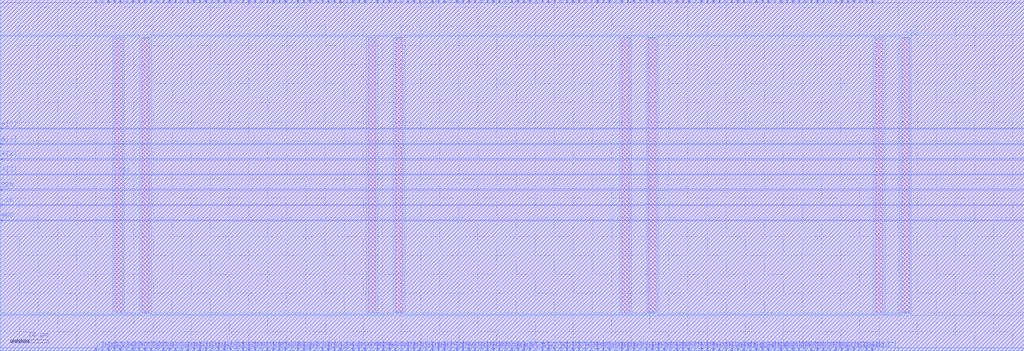
<source format=lef>
##
## LEF for PtnCells ;
## created by Innovus v15.23-s045_1 on Fri Mar 21 09:05:40 2025
##

VERSION 5.8 ;

BUSBITCHARS "[]" ;
DIVIDERCHAR "/" ;

MACRO sram_w16
  CLASS BLOCK ;
  SIZE 268.0000 BY 92.0000 ;
  FOREIGN sram_w16 0.0000 0.0000 ;
  ORIGIN 0 0 ;
  SYMMETRY X Y R90 ;
  PIN CLK
    DIRECTION INPUT ;
    USE SIGNAL ;
    PORT
      LAYER M3 ;
        RECT 0.0000 38.1500 0.6000 38.2500 ;
    END
  END CLK
  PIN D[127]
    DIRECTION INPUT ;
    USE SIGNAL ;
    PORT
      LAYER M3 ;
        RECT 228.2500 0.0000 228.3500 0.6000 ;
    END
  END D[127]
  PIN D[126]
    DIRECTION INPUT ;
    USE SIGNAL ;
    PORT
      LAYER M3 ;
        RECT 226.6500 0.0000 226.7500 0.6000 ;
    END
  END D[126]
  PIN D[125]
    DIRECTION INPUT ;
    USE SIGNAL ;
    PORT
      LAYER M3 ;
        RECT 225.0500 0.0000 225.1500 0.6000 ;
    END
  END D[125]
  PIN D[124]
    DIRECTION INPUT ;
    USE SIGNAL ;
    PORT
      LAYER M3 ;
        RECT 223.4500 0.0000 223.5500 0.6000 ;
    END
  END D[124]
  PIN D[123]
    DIRECTION INPUT ;
    USE SIGNAL ;
    PORT
      LAYER M3 ;
        RECT 221.8500 0.0000 221.9500 0.6000 ;
    END
  END D[123]
  PIN D[122]
    DIRECTION INPUT ;
    USE SIGNAL ;
    PORT
      LAYER M3 ;
        RECT 220.2500 0.0000 220.3500 0.6000 ;
    END
  END D[122]
  PIN D[121]
    DIRECTION INPUT ;
    USE SIGNAL ;
    PORT
      LAYER M3 ;
        RECT 218.6500 0.0000 218.7500 0.6000 ;
    END
  END D[121]
  PIN D[120]
    DIRECTION INPUT ;
    USE SIGNAL ;
    PORT
      LAYER M3 ;
        RECT 217.0500 0.0000 217.1500 0.6000 ;
    END
  END D[120]
  PIN D[119]
    DIRECTION INPUT ;
    USE SIGNAL ;
    PORT
      LAYER M3 ;
        RECT 215.4500 0.0000 215.5500 0.6000 ;
    END
  END D[119]
  PIN D[118]
    DIRECTION INPUT ;
    USE SIGNAL ;
    PORT
      LAYER M3 ;
        RECT 213.8500 0.0000 213.9500 0.6000 ;
    END
  END D[118]
  PIN D[117]
    DIRECTION INPUT ;
    USE SIGNAL ;
    PORT
      LAYER M3 ;
        RECT 212.2500 0.0000 212.3500 0.6000 ;
    END
  END D[117]
  PIN D[116]
    DIRECTION INPUT ;
    USE SIGNAL ;
    PORT
      LAYER M3 ;
        RECT 210.6500 0.0000 210.7500 0.6000 ;
    END
  END D[116]
  PIN D[115]
    DIRECTION INPUT ;
    USE SIGNAL ;
    PORT
      LAYER M3 ;
        RECT 209.0500 0.0000 209.1500 0.6000 ;
    END
  END D[115]
  PIN D[114]
    DIRECTION INPUT ;
    USE SIGNAL ;
    PORT
      LAYER M3 ;
        RECT 207.4500 0.0000 207.5500 0.6000 ;
    END
  END D[114]
  PIN D[113]
    DIRECTION INPUT ;
    USE SIGNAL ;
    PORT
      LAYER M3 ;
        RECT 205.8500 0.0000 205.9500 0.6000 ;
    END
  END D[113]
  PIN D[112]
    DIRECTION INPUT ;
    USE SIGNAL ;
    PORT
      LAYER M3 ;
        RECT 204.2500 0.0000 204.3500 0.6000 ;
    END
  END D[112]
  PIN D[111]
    DIRECTION INPUT ;
    USE SIGNAL ;
    PORT
      LAYER M3 ;
        RECT 202.6500 0.0000 202.7500 0.6000 ;
    END
  END D[111]
  PIN D[110]
    DIRECTION INPUT ;
    USE SIGNAL ;
    PORT
      LAYER M3 ;
        RECT 201.0500 0.0000 201.1500 0.6000 ;
    END
  END D[110]
  PIN D[109]
    DIRECTION INPUT ;
    USE SIGNAL ;
    PORT
      LAYER M3 ;
        RECT 199.4500 0.0000 199.5500 0.6000 ;
    END
  END D[109]
  PIN D[108]
    DIRECTION INPUT ;
    USE SIGNAL ;
    PORT
      LAYER M3 ;
        RECT 197.8500 0.0000 197.9500 0.6000 ;
    END
  END D[108]
  PIN D[107]
    DIRECTION INPUT ;
    USE SIGNAL ;
    PORT
      LAYER M3 ;
        RECT 196.2500 0.0000 196.3500 0.6000 ;
    END
  END D[107]
  PIN D[106]
    DIRECTION INPUT ;
    USE SIGNAL ;
    PORT
      LAYER M3 ;
        RECT 194.6500 0.0000 194.7500 0.6000 ;
    END
  END D[106]
  PIN D[105]
    DIRECTION INPUT ;
    USE SIGNAL ;
    PORT
      LAYER M3 ;
        RECT 193.0500 0.0000 193.1500 0.6000 ;
    END
  END D[105]
  PIN D[104]
    DIRECTION INPUT ;
    USE SIGNAL ;
    PORT
      LAYER M3 ;
        RECT 191.4500 0.0000 191.5500 0.6000 ;
    END
  END D[104]
  PIN D[103]
    DIRECTION INPUT ;
    USE SIGNAL ;
    PORT
      LAYER M3 ;
        RECT 189.8500 0.0000 189.9500 0.6000 ;
    END
  END D[103]
  PIN D[102]
    DIRECTION INPUT ;
    USE SIGNAL ;
    PORT
      LAYER M3 ;
        RECT 188.2500 0.0000 188.3500 0.6000 ;
    END
  END D[102]
  PIN D[101]
    DIRECTION INPUT ;
    USE SIGNAL ;
    PORT
      LAYER M3 ;
        RECT 186.6500 0.0000 186.7500 0.6000 ;
    END
  END D[101]
  PIN D[100]
    DIRECTION INPUT ;
    USE SIGNAL ;
    PORT
      LAYER M3 ;
        RECT 185.0500 0.0000 185.1500 0.6000 ;
    END
  END D[100]
  PIN D[99]
    DIRECTION INPUT ;
    USE SIGNAL ;
    PORT
      LAYER M3 ;
        RECT 183.4500 0.0000 183.5500 0.6000 ;
    END
  END D[99]
  PIN D[98]
    DIRECTION INPUT ;
    USE SIGNAL ;
    PORT
      LAYER M3 ;
        RECT 181.8500 0.0000 181.9500 0.6000 ;
    END
  END D[98]
  PIN D[97]
    DIRECTION INPUT ;
    USE SIGNAL ;
    PORT
      LAYER M3 ;
        RECT 180.2500 0.0000 180.3500 0.6000 ;
    END
  END D[97]
  PIN D[96]
    DIRECTION INPUT ;
    USE SIGNAL ;
    PORT
      LAYER M3 ;
        RECT 178.6500 0.0000 178.7500 0.6000 ;
    END
  END D[96]
  PIN D[95]
    DIRECTION INPUT ;
    USE SIGNAL ;
    PORT
      LAYER M3 ;
        RECT 177.0500 0.0000 177.1500 0.6000 ;
    END
  END D[95]
  PIN D[94]
    DIRECTION INPUT ;
    USE SIGNAL ;
    PORT
      LAYER M3 ;
        RECT 175.4500 0.0000 175.5500 0.6000 ;
    END
  END D[94]
  PIN D[93]
    DIRECTION INPUT ;
    USE SIGNAL ;
    PORT
      LAYER M3 ;
        RECT 173.8500 0.0000 173.9500 0.6000 ;
    END
  END D[93]
  PIN D[92]
    DIRECTION INPUT ;
    USE SIGNAL ;
    PORT
      LAYER M3 ;
        RECT 172.2500 0.0000 172.3500 0.6000 ;
    END
  END D[92]
  PIN D[91]
    DIRECTION INPUT ;
    USE SIGNAL ;
    PORT
      LAYER M3 ;
        RECT 170.6500 0.0000 170.7500 0.6000 ;
    END
  END D[91]
  PIN D[90]
    DIRECTION INPUT ;
    USE SIGNAL ;
    PORT
      LAYER M3 ;
        RECT 169.0500 0.0000 169.1500 0.6000 ;
    END
  END D[90]
  PIN D[89]
    DIRECTION INPUT ;
    USE SIGNAL ;
    PORT
      LAYER M3 ;
        RECT 167.4500 0.0000 167.5500 0.6000 ;
    END
  END D[89]
  PIN D[88]
    DIRECTION INPUT ;
    USE SIGNAL ;
    PORT
      LAYER M3 ;
        RECT 165.8500 0.0000 165.9500 0.6000 ;
    END
  END D[88]
  PIN D[87]
    DIRECTION INPUT ;
    USE SIGNAL ;
    PORT
      LAYER M3 ;
        RECT 164.2500 0.0000 164.3500 0.6000 ;
    END
  END D[87]
  PIN D[86]
    DIRECTION INPUT ;
    USE SIGNAL ;
    PORT
      LAYER M3 ;
        RECT 162.6500 0.0000 162.7500 0.6000 ;
    END
  END D[86]
  PIN D[85]
    DIRECTION INPUT ;
    USE SIGNAL ;
    PORT
      LAYER M3 ;
        RECT 161.0500 0.0000 161.1500 0.6000 ;
    END
  END D[85]
  PIN D[84]
    DIRECTION INPUT ;
    USE SIGNAL ;
    PORT
      LAYER M3 ;
        RECT 159.4500 0.0000 159.5500 0.6000 ;
    END
  END D[84]
  PIN D[83]
    DIRECTION INPUT ;
    USE SIGNAL ;
    PORT
      LAYER M3 ;
        RECT 157.8500 0.0000 157.9500 0.6000 ;
    END
  END D[83]
  PIN D[82]
    DIRECTION INPUT ;
    USE SIGNAL ;
    PORT
      LAYER M3 ;
        RECT 156.2500 0.0000 156.3500 0.6000 ;
    END
  END D[82]
  PIN D[81]
    DIRECTION INPUT ;
    USE SIGNAL ;
    PORT
      LAYER M3 ;
        RECT 154.6500 0.0000 154.7500 0.6000 ;
    END
  END D[81]
  PIN D[80]
    DIRECTION INPUT ;
    USE SIGNAL ;
    PORT
      LAYER M3 ;
        RECT 153.0500 0.0000 153.1500 0.6000 ;
    END
  END D[80]
  PIN D[79]
    DIRECTION INPUT ;
    USE SIGNAL ;
    PORT
      LAYER M3 ;
        RECT 151.4500 0.0000 151.5500 0.6000 ;
    END
  END D[79]
  PIN D[78]
    DIRECTION INPUT ;
    USE SIGNAL ;
    PORT
      LAYER M3 ;
        RECT 149.8500 0.0000 149.9500 0.6000 ;
    END
  END D[78]
  PIN D[77]
    DIRECTION INPUT ;
    USE SIGNAL ;
    PORT
      LAYER M3 ;
        RECT 148.2500 0.0000 148.3500 0.6000 ;
    END
  END D[77]
  PIN D[76]
    DIRECTION INPUT ;
    USE SIGNAL ;
    PORT
      LAYER M3 ;
        RECT 146.6500 0.0000 146.7500 0.6000 ;
    END
  END D[76]
  PIN D[75]
    DIRECTION INPUT ;
    USE SIGNAL ;
    PORT
      LAYER M3 ;
        RECT 145.0500 0.0000 145.1500 0.6000 ;
    END
  END D[75]
  PIN D[74]
    DIRECTION INPUT ;
    USE SIGNAL ;
    PORT
      LAYER M3 ;
        RECT 143.4500 0.0000 143.5500 0.6000 ;
    END
  END D[74]
  PIN D[73]
    DIRECTION INPUT ;
    USE SIGNAL ;
    PORT
      LAYER M3 ;
        RECT 141.8500 0.0000 141.9500 0.6000 ;
    END
  END D[73]
  PIN D[72]
    DIRECTION INPUT ;
    USE SIGNAL ;
    PORT
      LAYER M3 ;
        RECT 140.2500 0.0000 140.3500 0.6000 ;
    END
  END D[72]
  PIN D[71]
    DIRECTION INPUT ;
    USE SIGNAL ;
    PORT
      LAYER M3 ;
        RECT 138.6500 0.0000 138.7500 0.6000 ;
    END
  END D[71]
  PIN D[70]
    DIRECTION INPUT ;
    USE SIGNAL ;
    PORT
      LAYER M3 ;
        RECT 137.0500 0.0000 137.1500 0.6000 ;
    END
  END D[70]
  PIN D[69]
    DIRECTION INPUT ;
    USE SIGNAL ;
    PORT
      LAYER M3 ;
        RECT 135.4500 0.0000 135.5500 0.6000 ;
    END
  END D[69]
  PIN D[68]
    DIRECTION INPUT ;
    USE SIGNAL ;
    PORT
      LAYER M3 ;
        RECT 133.8500 0.0000 133.9500 0.6000 ;
    END
  END D[68]
  PIN D[67]
    DIRECTION INPUT ;
    USE SIGNAL ;
    PORT
      LAYER M3 ;
        RECT 132.2500 0.0000 132.3500 0.6000 ;
    END
  END D[67]
  PIN D[66]
    DIRECTION INPUT ;
    USE SIGNAL ;
    PORT
      LAYER M3 ;
        RECT 130.6500 0.0000 130.7500 0.6000 ;
    END
  END D[66]
  PIN D[65]
    DIRECTION INPUT ;
    USE SIGNAL ;
    PORT
      LAYER M3 ;
        RECT 129.0500 0.0000 129.1500 0.6000 ;
    END
  END D[65]
  PIN D[64]
    DIRECTION INPUT ;
    USE SIGNAL ;
    PORT
      LAYER M3 ;
        RECT 127.4500 0.0000 127.5500 0.6000 ;
    END
  END D[64]
  PIN D[63]
    DIRECTION INPUT ;
    USE SIGNAL ;
    PORT
      LAYER M3 ;
        RECT 125.8500 0.0000 125.9500 0.6000 ;
    END
  END D[63]
  PIN D[62]
    DIRECTION INPUT ;
    USE SIGNAL ;
    PORT
      LAYER M3 ;
        RECT 124.2500 0.0000 124.3500 0.6000 ;
    END
  END D[62]
  PIN D[61]
    DIRECTION INPUT ;
    USE SIGNAL ;
    PORT
      LAYER M3 ;
        RECT 122.6500 0.0000 122.7500 0.6000 ;
    END
  END D[61]
  PIN D[60]
    DIRECTION INPUT ;
    USE SIGNAL ;
    PORT
      LAYER M3 ;
        RECT 121.0500 0.0000 121.1500 0.6000 ;
    END
  END D[60]
  PIN D[59]
    DIRECTION INPUT ;
    USE SIGNAL ;
    PORT
      LAYER M3 ;
        RECT 119.4500 0.0000 119.5500 0.6000 ;
    END
  END D[59]
  PIN D[58]
    DIRECTION INPUT ;
    USE SIGNAL ;
    PORT
      LAYER M3 ;
        RECT 117.8500 0.0000 117.9500 0.6000 ;
    END
  END D[58]
  PIN D[57]
    DIRECTION INPUT ;
    USE SIGNAL ;
    PORT
      LAYER M3 ;
        RECT 116.2500 0.0000 116.3500 0.6000 ;
    END
  END D[57]
  PIN D[56]
    DIRECTION INPUT ;
    USE SIGNAL ;
    PORT
      LAYER M3 ;
        RECT 114.6500 0.0000 114.7500 0.6000 ;
    END
  END D[56]
  PIN D[55]
    DIRECTION INPUT ;
    USE SIGNAL ;
    PORT
      LAYER M3 ;
        RECT 113.0500 0.0000 113.1500 0.6000 ;
    END
  END D[55]
  PIN D[54]
    DIRECTION INPUT ;
    USE SIGNAL ;
    PORT
      LAYER M3 ;
        RECT 111.4500 0.0000 111.5500 0.6000 ;
    END
  END D[54]
  PIN D[53]
    DIRECTION INPUT ;
    USE SIGNAL ;
    PORT
      LAYER M3 ;
        RECT 109.8500 0.0000 109.9500 0.6000 ;
    END
  END D[53]
  PIN D[52]
    DIRECTION INPUT ;
    USE SIGNAL ;
    PORT
      LAYER M3 ;
        RECT 108.2500 0.0000 108.3500 0.6000 ;
    END
  END D[52]
  PIN D[51]
    DIRECTION INPUT ;
    USE SIGNAL ;
    PORT
      LAYER M3 ;
        RECT 106.6500 0.0000 106.7500 0.6000 ;
    END
  END D[51]
  PIN D[50]
    DIRECTION INPUT ;
    USE SIGNAL ;
    PORT
      LAYER M3 ;
        RECT 105.0500 0.0000 105.1500 0.6000 ;
    END
  END D[50]
  PIN D[49]
    DIRECTION INPUT ;
    USE SIGNAL ;
    PORT
      LAYER M3 ;
        RECT 103.4500 0.0000 103.5500 0.6000 ;
    END
  END D[49]
  PIN D[48]
    DIRECTION INPUT ;
    USE SIGNAL ;
    PORT
      LAYER M3 ;
        RECT 101.8500 0.0000 101.9500 0.6000 ;
    END
  END D[48]
  PIN D[47]
    DIRECTION INPUT ;
    USE SIGNAL ;
    PORT
      LAYER M3 ;
        RECT 100.2500 0.0000 100.3500 0.6000 ;
    END
  END D[47]
  PIN D[46]
    DIRECTION INPUT ;
    USE SIGNAL ;
    PORT
      LAYER M3 ;
        RECT 98.6500 0.0000 98.7500 0.6000 ;
    END
  END D[46]
  PIN D[45]
    DIRECTION INPUT ;
    USE SIGNAL ;
    PORT
      LAYER M3 ;
        RECT 97.0500 0.0000 97.1500 0.6000 ;
    END
  END D[45]
  PIN D[44]
    DIRECTION INPUT ;
    USE SIGNAL ;
    PORT
      LAYER M3 ;
        RECT 95.4500 0.0000 95.5500 0.6000 ;
    END
  END D[44]
  PIN D[43]
    DIRECTION INPUT ;
    USE SIGNAL ;
    PORT
      LAYER M3 ;
        RECT 93.8500 0.0000 93.9500 0.6000 ;
    END
  END D[43]
  PIN D[42]
    DIRECTION INPUT ;
    USE SIGNAL ;
    PORT
      LAYER M3 ;
        RECT 92.2500 0.0000 92.3500 0.6000 ;
    END
  END D[42]
  PIN D[41]
    DIRECTION INPUT ;
    USE SIGNAL ;
    PORT
      LAYER M3 ;
        RECT 90.6500 0.0000 90.7500 0.6000 ;
    END
  END D[41]
  PIN D[40]
    DIRECTION INPUT ;
    USE SIGNAL ;
    PORT
      LAYER M3 ;
        RECT 89.0500 0.0000 89.1500 0.6000 ;
    END
  END D[40]
  PIN D[39]
    DIRECTION INPUT ;
    USE SIGNAL ;
    PORT
      LAYER M3 ;
        RECT 87.4500 0.0000 87.5500 0.6000 ;
    END
  END D[39]
  PIN D[38]
    DIRECTION INPUT ;
    USE SIGNAL ;
    PORT
      LAYER M3 ;
        RECT 85.8500 0.0000 85.9500 0.6000 ;
    END
  END D[38]
  PIN D[37]
    DIRECTION INPUT ;
    USE SIGNAL ;
    PORT
      LAYER M3 ;
        RECT 84.2500 0.0000 84.3500 0.6000 ;
    END
  END D[37]
  PIN D[36]
    DIRECTION INPUT ;
    USE SIGNAL ;
    PORT
      LAYER M3 ;
        RECT 82.6500 0.0000 82.7500 0.6000 ;
    END
  END D[36]
  PIN D[35]
    DIRECTION INPUT ;
    USE SIGNAL ;
    PORT
      LAYER M3 ;
        RECT 81.0500 0.0000 81.1500 0.6000 ;
    END
  END D[35]
  PIN D[34]
    DIRECTION INPUT ;
    USE SIGNAL ;
    PORT
      LAYER M3 ;
        RECT 79.4500 0.0000 79.5500 0.6000 ;
    END
  END D[34]
  PIN D[33]
    DIRECTION INPUT ;
    USE SIGNAL ;
    PORT
      LAYER M3 ;
        RECT 77.8500 0.0000 77.9500 0.6000 ;
    END
  END D[33]
  PIN D[32]
    DIRECTION INPUT ;
    USE SIGNAL ;
    PORT
      LAYER M3 ;
        RECT 76.2500 0.0000 76.3500 0.6000 ;
    END
  END D[32]
  PIN D[31]
    DIRECTION INPUT ;
    USE SIGNAL ;
    PORT
      LAYER M3 ;
        RECT 74.6500 0.0000 74.7500 0.6000 ;
    END
  END D[31]
  PIN D[30]
    DIRECTION INPUT ;
    USE SIGNAL ;
    PORT
      LAYER M3 ;
        RECT 73.0500 0.0000 73.1500 0.6000 ;
    END
  END D[30]
  PIN D[29]
    DIRECTION INPUT ;
    USE SIGNAL ;
    PORT
      LAYER M3 ;
        RECT 71.4500 0.0000 71.5500 0.6000 ;
    END
  END D[29]
  PIN D[28]
    DIRECTION INPUT ;
    USE SIGNAL ;
    PORT
      LAYER M3 ;
        RECT 69.8500 0.0000 69.9500 0.6000 ;
    END
  END D[28]
  PIN D[27]
    DIRECTION INPUT ;
    USE SIGNAL ;
    PORT
      LAYER M3 ;
        RECT 68.2500 0.0000 68.3500 0.6000 ;
    END
  END D[27]
  PIN D[26]
    DIRECTION INPUT ;
    USE SIGNAL ;
    PORT
      LAYER M3 ;
        RECT 66.6500 0.0000 66.7500 0.6000 ;
    END
  END D[26]
  PIN D[25]
    DIRECTION INPUT ;
    USE SIGNAL ;
    PORT
      LAYER M3 ;
        RECT 65.0500 0.0000 65.1500 0.6000 ;
    END
  END D[25]
  PIN D[24]
    DIRECTION INPUT ;
    USE SIGNAL ;
    PORT
      LAYER M3 ;
        RECT 63.4500 0.0000 63.5500 0.6000 ;
    END
  END D[24]
  PIN D[23]
    DIRECTION INPUT ;
    USE SIGNAL ;
    PORT
      LAYER M3 ;
        RECT 61.8500 0.0000 61.9500 0.6000 ;
    END
  END D[23]
  PIN D[22]
    DIRECTION INPUT ;
    USE SIGNAL ;
    PORT
      LAYER M3 ;
        RECT 60.2500 0.0000 60.3500 0.6000 ;
    END
  END D[22]
  PIN D[21]
    DIRECTION INPUT ;
    USE SIGNAL ;
    PORT
      LAYER M3 ;
        RECT 58.6500 0.0000 58.7500 0.6000 ;
    END
  END D[21]
  PIN D[20]
    DIRECTION INPUT ;
    USE SIGNAL ;
    PORT
      LAYER M3 ;
        RECT 57.0500 0.0000 57.1500 0.6000 ;
    END
  END D[20]
  PIN D[19]
    DIRECTION INPUT ;
    USE SIGNAL ;
    PORT
      LAYER M3 ;
        RECT 55.4500 0.0000 55.5500 0.6000 ;
    END
  END D[19]
  PIN D[18]
    DIRECTION INPUT ;
    USE SIGNAL ;
    PORT
      LAYER M3 ;
        RECT 53.8500 0.0000 53.9500 0.6000 ;
    END
  END D[18]
  PIN D[17]
    DIRECTION INPUT ;
    USE SIGNAL ;
    PORT
      LAYER M3 ;
        RECT 52.2500 0.0000 52.3500 0.6000 ;
    END
  END D[17]
  PIN D[16]
    DIRECTION INPUT ;
    USE SIGNAL ;
    PORT
      LAYER M3 ;
        RECT 50.6500 0.0000 50.7500 0.6000 ;
    END
  END D[16]
  PIN D[15]
    DIRECTION INPUT ;
    USE SIGNAL ;
    PORT
      LAYER M3 ;
        RECT 49.0500 0.0000 49.1500 0.6000 ;
    END
  END D[15]
  PIN D[14]
    DIRECTION INPUT ;
    USE SIGNAL ;
    PORT
      LAYER M3 ;
        RECT 47.4500 0.0000 47.5500 0.6000 ;
    END
  END D[14]
  PIN D[13]
    DIRECTION INPUT ;
    USE SIGNAL ;
    PORT
      LAYER M3 ;
        RECT 45.8500 0.0000 45.9500 0.6000 ;
    END
  END D[13]
  PIN D[12]
    DIRECTION INPUT ;
    USE SIGNAL ;
    PORT
      LAYER M3 ;
        RECT 44.2500 0.0000 44.3500 0.6000 ;
    END
  END D[12]
  PIN D[11]
    DIRECTION INPUT ;
    USE SIGNAL ;
    PORT
      LAYER M3 ;
        RECT 42.6500 0.0000 42.7500 0.6000 ;
    END
  END D[11]
  PIN D[10]
    DIRECTION INPUT ;
    USE SIGNAL ;
    PORT
      LAYER M3 ;
        RECT 41.0500 0.0000 41.1500 0.6000 ;
    END
  END D[10]
  PIN D[9]
    DIRECTION INPUT ;
    USE SIGNAL ;
    PORT
      LAYER M3 ;
        RECT 39.4500 0.0000 39.5500 0.6000 ;
    END
  END D[9]
  PIN D[8]
    DIRECTION INPUT ;
    USE SIGNAL ;
    PORT
      LAYER M3 ;
        RECT 37.8500 0.0000 37.9500 0.6000 ;
    END
  END D[8]
  PIN D[7]
    DIRECTION INPUT ;
    USE SIGNAL ;
    PORT
      LAYER M3 ;
        RECT 36.2500 0.0000 36.3500 0.6000 ;
    END
  END D[7]
  PIN D[6]
    DIRECTION INPUT ;
    USE SIGNAL ;
    PORT
      LAYER M3 ;
        RECT 34.6500 0.0000 34.7500 0.6000 ;
    END
  END D[6]
  PIN D[5]
    DIRECTION INPUT ;
    USE SIGNAL ;
    PORT
      LAYER M3 ;
        RECT 33.0500 0.0000 33.1500 0.6000 ;
    END
  END D[5]
  PIN D[4]
    DIRECTION INPUT ;
    USE SIGNAL ;
    PORT
      LAYER M3 ;
        RECT 31.4500 0.0000 31.5500 0.6000 ;
    END
  END D[4]
  PIN D[3]
    DIRECTION INPUT ;
    USE SIGNAL ;
    PORT
      LAYER M3 ;
        RECT 29.8500 0.0000 29.9500 0.6000 ;
    END
  END D[3]
  PIN D[2]
    DIRECTION INPUT ;
    USE SIGNAL ;
    PORT
      LAYER M3 ;
        RECT 28.2500 0.0000 28.3500 0.6000 ;
    END
  END D[2]
  PIN D[1]
    DIRECTION INPUT ;
    USE SIGNAL ;
    PORT
      LAYER M3 ;
        RECT 26.6500 0.0000 26.7500 0.6000 ;
    END
  END D[1]
  PIN D[0]
    DIRECTION INPUT ;
    USE SIGNAL ;
    PORT
      LAYER M3 ;
        RECT 25.0500 0.0000 25.1500 0.6000 ;
    END
  END D[0]
  PIN Q[127]
    DIRECTION OUTPUT ;
    USE SIGNAL ;
    PORT
      LAYER M3 ;
        RECT 228.2500 91.4000 228.3500 92.0000 ;
    END
  END Q[127]
  PIN Q[126]
    DIRECTION OUTPUT ;
    USE SIGNAL ;
    PORT
      LAYER M3 ;
        RECT 226.6500 91.4000 226.7500 92.0000 ;
    END
  END Q[126]
  PIN Q[125]
    DIRECTION OUTPUT ;
    USE SIGNAL ;
    PORT
      LAYER M3 ;
        RECT 225.0500 91.4000 225.1500 92.0000 ;
    END
  END Q[125]
  PIN Q[124]
    DIRECTION OUTPUT ;
    USE SIGNAL ;
    PORT
      LAYER M3 ;
        RECT 223.4500 91.4000 223.5500 92.0000 ;
    END
  END Q[124]
  PIN Q[123]
    DIRECTION OUTPUT ;
    USE SIGNAL ;
    PORT
      LAYER M3 ;
        RECT 221.8500 91.4000 221.9500 92.0000 ;
    END
  END Q[123]
  PIN Q[122]
    DIRECTION OUTPUT ;
    USE SIGNAL ;
    PORT
      LAYER M3 ;
        RECT 220.2500 91.4000 220.3500 92.0000 ;
    END
  END Q[122]
  PIN Q[121]
    DIRECTION OUTPUT ;
    USE SIGNAL ;
    PORT
      LAYER M3 ;
        RECT 218.6500 91.4000 218.7500 92.0000 ;
    END
  END Q[121]
  PIN Q[120]
    DIRECTION OUTPUT ;
    USE SIGNAL ;
    PORT
      LAYER M3 ;
        RECT 217.0500 91.4000 217.1500 92.0000 ;
    END
  END Q[120]
  PIN Q[119]
    DIRECTION OUTPUT ;
    USE SIGNAL ;
    PORT
      LAYER M3 ;
        RECT 215.4500 91.4000 215.5500 92.0000 ;
    END
  END Q[119]
  PIN Q[118]
    DIRECTION OUTPUT ;
    USE SIGNAL ;
    PORT
      LAYER M3 ;
        RECT 213.8500 91.4000 213.9500 92.0000 ;
    END
  END Q[118]
  PIN Q[117]
    DIRECTION OUTPUT ;
    USE SIGNAL ;
    PORT
      LAYER M3 ;
        RECT 212.2500 91.4000 212.3500 92.0000 ;
    END
  END Q[117]
  PIN Q[116]
    DIRECTION OUTPUT ;
    USE SIGNAL ;
    PORT
      LAYER M3 ;
        RECT 210.6500 91.4000 210.7500 92.0000 ;
    END
  END Q[116]
  PIN Q[115]
    DIRECTION OUTPUT ;
    USE SIGNAL ;
    PORT
      LAYER M3 ;
        RECT 209.0500 91.4000 209.1500 92.0000 ;
    END
  END Q[115]
  PIN Q[114]
    DIRECTION OUTPUT ;
    USE SIGNAL ;
    PORT
      LAYER M3 ;
        RECT 207.4500 91.4000 207.5500 92.0000 ;
    END
  END Q[114]
  PIN Q[113]
    DIRECTION OUTPUT ;
    USE SIGNAL ;
    PORT
      LAYER M3 ;
        RECT 205.8500 91.4000 205.9500 92.0000 ;
    END
  END Q[113]
  PIN Q[112]
    DIRECTION OUTPUT ;
    USE SIGNAL ;
    PORT
      LAYER M3 ;
        RECT 204.2500 91.4000 204.3500 92.0000 ;
    END
  END Q[112]
  PIN Q[111]
    DIRECTION OUTPUT ;
    USE SIGNAL ;
    PORT
      LAYER M3 ;
        RECT 202.6500 91.4000 202.7500 92.0000 ;
    END
  END Q[111]
  PIN Q[110]
    DIRECTION OUTPUT ;
    USE SIGNAL ;
    PORT
      LAYER M3 ;
        RECT 201.0500 91.4000 201.1500 92.0000 ;
    END
  END Q[110]
  PIN Q[109]
    DIRECTION OUTPUT ;
    USE SIGNAL ;
    PORT
      LAYER M3 ;
        RECT 199.4500 91.4000 199.5500 92.0000 ;
    END
  END Q[109]
  PIN Q[108]
    DIRECTION OUTPUT ;
    USE SIGNAL ;
    PORT
      LAYER M3 ;
        RECT 197.8500 91.4000 197.9500 92.0000 ;
    END
  END Q[108]
  PIN Q[107]
    DIRECTION OUTPUT ;
    USE SIGNAL ;
    PORT
      LAYER M3 ;
        RECT 196.2500 91.4000 196.3500 92.0000 ;
    END
  END Q[107]
  PIN Q[106]
    DIRECTION OUTPUT ;
    USE SIGNAL ;
    PORT
      LAYER M3 ;
        RECT 194.6500 91.4000 194.7500 92.0000 ;
    END
  END Q[106]
  PIN Q[105]
    DIRECTION OUTPUT ;
    USE SIGNAL ;
    PORT
      LAYER M3 ;
        RECT 193.0500 91.4000 193.1500 92.0000 ;
    END
  END Q[105]
  PIN Q[104]
    DIRECTION OUTPUT ;
    USE SIGNAL ;
    PORT
      LAYER M3 ;
        RECT 191.4500 91.4000 191.5500 92.0000 ;
    END
  END Q[104]
  PIN Q[103]
    DIRECTION OUTPUT ;
    USE SIGNAL ;
    PORT
      LAYER M3 ;
        RECT 189.8500 91.4000 189.9500 92.0000 ;
    END
  END Q[103]
  PIN Q[102]
    DIRECTION OUTPUT ;
    USE SIGNAL ;
    PORT
      LAYER M3 ;
        RECT 188.2500 91.4000 188.3500 92.0000 ;
    END
  END Q[102]
  PIN Q[101]
    DIRECTION OUTPUT ;
    USE SIGNAL ;
    PORT
      LAYER M3 ;
        RECT 186.6500 91.4000 186.7500 92.0000 ;
    END
  END Q[101]
  PIN Q[100]
    DIRECTION OUTPUT ;
    USE SIGNAL ;
    PORT
      LAYER M3 ;
        RECT 185.0500 91.4000 185.1500 92.0000 ;
    END
  END Q[100]
  PIN Q[99]
    DIRECTION OUTPUT ;
    USE SIGNAL ;
    PORT
      LAYER M3 ;
        RECT 183.4500 91.4000 183.5500 92.0000 ;
    END
  END Q[99]
  PIN Q[98]
    DIRECTION OUTPUT ;
    USE SIGNAL ;
    PORT
      LAYER M3 ;
        RECT 181.8500 91.4000 181.9500 92.0000 ;
    END
  END Q[98]
  PIN Q[97]
    DIRECTION OUTPUT ;
    USE SIGNAL ;
    PORT
      LAYER M3 ;
        RECT 180.2500 91.4000 180.3500 92.0000 ;
    END
  END Q[97]
  PIN Q[96]
    DIRECTION OUTPUT ;
    USE SIGNAL ;
    PORT
      LAYER M3 ;
        RECT 178.6500 91.4000 178.7500 92.0000 ;
    END
  END Q[96]
  PIN Q[95]
    DIRECTION OUTPUT ;
    USE SIGNAL ;
    PORT
      LAYER M3 ;
        RECT 177.0500 91.4000 177.1500 92.0000 ;
    END
  END Q[95]
  PIN Q[94]
    DIRECTION OUTPUT ;
    USE SIGNAL ;
    PORT
      LAYER M3 ;
        RECT 175.4500 91.4000 175.5500 92.0000 ;
    END
  END Q[94]
  PIN Q[93]
    DIRECTION OUTPUT ;
    USE SIGNAL ;
    PORT
      LAYER M3 ;
        RECT 173.8500 91.4000 173.9500 92.0000 ;
    END
  END Q[93]
  PIN Q[92]
    DIRECTION OUTPUT ;
    USE SIGNAL ;
    PORT
      LAYER M3 ;
        RECT 172.2500 91.4000 172.3500 92.0000 ;
    END
  END Q[92]
  PIN Q[91]
    DIRECTION OUTPUT ;
    USE SIGNAL ;
    PORT
      LAYER M3 ;
        RECT 170.6500 91.4000 170.7500 92.0000 ;
    END
  END Q[91]
  PIN Q[90]
    DIRECTION OUTPUT ;
    USE SIGNAL ;
    PORT
      LAYER M3 ;
        RECT 169.0500 91.4000 169.1500 92.0000 ;
    END
  END Q[90]
  PIN Q[89]
    DIRECTION OUTPUT ;
    USE SIGNAL ;
    PORT
      LAYER M3 ;
        RECT 167.4500 91.4000 167.5500 92.0000 ;
    END
  END Q[89]
  PIN Q[88]
    DIRECTION OUTPUT ;
    USE SIGNAL ;
    PORT
      LAYER M3 ;
        RECT 165.8500 91.4000 165.9500 92.0000 ;
    END
  END Q[88]
  PIN Q[87]
    DIRECTION OUTPUT ;
    USE SIGNAL ;
    PORT
      LAYER M3 ;
        RECT 164.2500 91.4000 164.3500 92.0000 ;
    END
  END Q[87]
  PIN Q[86]
    DIRECTION OUTPUT ;
    USE SIGNAL ;
    PORT
      LAYER M3 ;
        RECT 162.6500 91.4000 162.7500 92.0000 ;
    END
  END Q[86]
  PIN Q[85]
    DIRECTION OUTPUT ;
    USE SIGNAL ;
    PORT
      LAYER M3 ;
        RECT 161.0500 91.4000 161.1500 92.0000 ;
    END
  END Q[85]
  PIN Q[84]
    DIRECTION OUTPUT ;
    USE SIGNAL ;
    PORT
      LAYER M3 ;
        RECT 159.4500 91.4000 159.5500 92.0000 ;
    END
  END Q[84]
  PIN Q[83]
    DIRECTION OUTPUT ;
    USE SIGNAL ;
    PORT
      LAYER M3 ;
        RECT 157.8500 91.4000 157.9500 92.0000 ;
    END
  END Q[83]
  PIN Q[82]
    DIRECTION OUTPUT ;
    USE SIGNAL ;
    PORT
      LAYER M3 ;
        RECT 156.2500 91.4000 156.3500 92.0000 ;
    END
  END Q[82]
  PIN Q[81]
    DIRECTION OUTPUT ;
    USE SIGNAL ;
    PORT
      LAYER M3 ;
        RECT 154.6500 91.4000 154.7500 92.0000 ;
    END
  END Q[81]
  PIN Q[80]
    DIRECTION OUTPUT ;
    USE SIGNAL ;
    PORT
      LAYER M3 ;
        RECT 153.0500 91.4000 153.1500 92.0000 ;
    END
  END Q[80]
  PIN Q[79]
    DIRECTION OUTPUT ;
    USE SIGNAL ;
    PORT
      LAYER M3 ;
        RECT 151.4500 91.4000 151.5500 92.0000 ;
    END
  END Q[79]
  PIN Q[78]
    DIRECTION OUTPUT ;
    USE SIGNAL ;
    PORT
      LAYER M3 ;
        RECT 149.8500 91.4000 149.9500 92.0000 ;
    END
  END Q[78]
  PIN Q[77]
    DIRECTION OUTPUT ;
    USE SIGNAL ;
    PORT
      LAYER M3 ;
        RECT 148.2500 91.4000 148.3500 92.0000 ;
    END
  END Q[77]
  PIN Q[76]
    DIRECTION OUTPUT ;
    USE SIGNAL ;
    PORT
      LAYER M3 ;
        RECT 146.6500 91.4000 146.7500 92.0000 ;
    END
  END Q[76]
  PIN Q[75]
    DIRECTION OUTPUT ;
    USE SIGNAL ;
    PORT
      LAYER M3 ;
        RECT 145.0500 91.4000 145.1500 92.0000 ;
    END
  END Q[75]
  PIN Q[74]
    DIRECTION OUTPUT ;
    USE SIGNAL ;
    PORT
      LAYER M3 ;
        RECT 143.4500 91.4000 143.5500 92.0000 ;
    END
  END Q[74]
  PIN Q[73]
    DIRECTION OUTPUT ;
    USE SIGNAL ;
    PORT
      LAYER M3 ;
        RECT 141.8500 91.4000 141.9500 92.0000 ;
    END
  END Q[73]
  PIN Q[72]
    DIRECTION OUTPUT ;
    USE SIGNAL ;
    PORT
      LAYER M3 ;
        RECT 140.2500 91.4000 140.3500 92.0000 ;
    END
  END Q[72]
  PIN Q[71]
    DIRECTION OUTPUT ;
    USE SIGNAL ;
    PORT
      LAYER M3 ;
        RECT 138.6500 91.4000 138.7500 92.0000 ;
    END
  END Q[71]
  PIN Q[70]
    DIRECTION OUTPUT ;
    USE SIGNAL ;
    PORT
      LAYER M3 ;
        RECT 137.0500 91.4000 137.1500 92.0000 ;
    END
  END Q[70]
  PIN Q[69]
    DIRECTION OUTPUT ;
    USE SIGNAL ;
    PORT
      LAYER M3 ;
        RECT 135.4500 91.4000 135.5500 92.0000 ;
    END
  END Q[69]
  PIN Q[68]
    DIRECTION OUTPUT ;
    USE SIGNAL ;
    PORT
      LAYER M3 ;
        RECT 133.8500 91.4000 133.9500 92.0000 ;
    END
  END Q[68]
  PIN Q[67]
    DIRECTION OUTPUT ;
    USE SIGNAL ;
    PORT
      LAYER M3 ;
        RECT 132.2500 91.4000 132.3500 92.0000 ;
    END
  END Q[67]
  PIN Q[66]
    DIRECTION OUTPUT ;
    USE SIGNAL ;
    PORT
      LAYER M3 ;
        RECT 130.6500 91.4000 130.7500 92.0000 ;
    END
  END Q[66]
  PIN Q[65]
    DIRECTION OUTPUT ;
    USE SIGNAL ;
    PORT
      LAYER M3 ;
        RECT 129.0500 91.4000 129.1500 92.0000 ;
    END
  END Q[65]
  PIN Q[64]
    DIRECTION OUTPUT ;
    USE SIGNAL ;
    PORT
      LAYER M3 ;
        RECT 127.4500 91.4000 127.5500 92.0000 ;
    END
  END Q[64]
  PIN Q[63]
    DIRECTION OUTPUT ;
    USE SIGNAL ;
    PORT
      LAYER M3 ;
        RECT 125.8500 91.4000 125.9500 92.0000 ;
    END
  END Q[63]
  PIN Q[62]
    DIRECTION OUTPUT ;
    USE SIGNAL ;
    PORT
      LAYER M3 ;
        RECT 124.2500 91.4000 124.3500 92.0000 ;
    END
  END Q[62]
  PIN Q[61]
    DIRECTION OUTPUT ;
    USE SIGNAL ;
    PORT
      LAYER M3 ;
        RECT 122.6500 91.4000 122.7500 92.0000 ;
    END
  END Q[61]
  PIN Q[60]
    DIRECTION OUTPUT ;
    USE SIGNAL ;
    PORT
      LAYER M3 ;
        RECT 121.0500 91.4000 121.1500 92.0000 ;
    END
  END Q[60]
  PIN Q[59]
    DIRECTION OUTPUT ;
    USE SIGNAL ;
    PORT
      LAYER M3 ;
        RECT 119.4500 91.4000 119.5500 92.0000 ;
    END
  END Q[59]
  PIN Q[58]
    DIRECTION OUTPUT ;
    USE SIGNAL ;
    PORT
      LAYER M3 ;
        RECT 117.8500 91.4000 117.9500 92.0000 ;
    END
  END Q[58]
  PIN Q[57]
    DIRECTION OUTPUT ;
    USE SIGNAL ;
    PORT
      LAYER M3 ;
        RECT 116.2500 91.4000 116.3500 92.0000 ;
    END
  END Q[57]
  PIN Q[56]
    DIRECTION OUTPUT ;
    USE SIGNAL ;
    PORT
      LAYER M3 ;
        RECT 114.6500 91.4000 114.7500 92.0000 ;
    END
  END Q[56]
  PIN Q[55]
    DIRECTION OUTPUT ;
    USE SIGNAL ;
    PORT
      LAYER M3 ;
        RECT 113.0500 91.4000 113.1500 92.0000 ;
    END
  END Q[55]
  PIN Q[54]
    DIRECTION OUTPUT ;
    USE SIGNAL ;
    PORT
      LAYER M3 ;
        RECT 111.4500 91.4000 111.5500 92.0000 ;
    END
  END Q[54]
  PIN Q[53]
    DIRECTION OUTPUT ;
    USE SIGNAL ;
    PORT
      LAYER M3 ;
        RECT 109.8500 91.4000 109.9500 92.0000 ;
    END
  END Q[53]
  PIN Q[52]
    DIRECTION OUTPUT ;
    USE SIGNAL ;
    PORT
      LAYER M3 ;
        RECT 108.2500 91.4000 108.3500 92.0000 ;
    END
  END Q[52]
  PIN Q[51]
    DIRECTION OUTPUT ;
    USE SIGNAL ;
    PORT
      LAYER M3 ;
        RECT 106.6500 91.4000 106.7500 92.0000 ;
    END
  END Q[51]
  PIN Q[50]
    DIRECTION OUTPUT ;
    USE SIGNAL ;
    PORT
      LAYER M3 ;
        RECT 105.0500 91.4000 105.1500 92.0000 ;
    END
  END Q[50]
  PIN Q[49]
    DIRECTION OUTPUT ;
    USE SIGNAL ;
    PORT
      LAYER M3 ;
        RECT 103.4500 91.4000 103.5500 92.0000 ;
    END
  END Q[49]
  PIN Q[48]
    DIRECTION OUTPUT ;
    USE SIGNAL ;
    PORT
      LAYER M3 ;
        RECT 101.8500 91.4000 101.9500 92.0000 ;
    END
  END Q[48]
  PIN Q[47]
    DIRECTION OUTPUT ;
    USE SIGNAL ;
    PORT
      LAYER M3 ;
        RECT 100.2500 91.4000 100.3500 92.0000 ;
    END
  END Q[47]
  PIN Q[46]
    DIRECTION OUTPUT ;
    USE SIGNAL ;
    PORT
      LAYER M3 ;
        RECT 98.6500 91.4000 98.7500 92.0000 ;
    END
  END Q[46]
  PIN Q[45]
    DIRECTION OUTPUT ;
    USE SIGNAL ;
    PORT
      LAYER M3 ;
        RECT 97.0500 91.4000 97.1500 92.0000 ;
    END
  END Q[45]
  PIN Q[44]
    DIRECTION OUTPUT ;
    USE SIGNAL ;
    PORT
      LAYER M3 ;
        RECT 95.4500 91.4000 95.5500 92.0000 ;
    END
  END Q[44]
  PIN Q[43]
    DIRECTION OUTPUT ;
    USE SIGNAL ;
    PORT
      LAYER M3 ;
        RECT 93.8500 91.4000 93.9500 92.0000 ;
    END
  END Q[43]
  PIN Q[42]
    DIRECTION OUTPUT ;
    USE SIGNAL ;
    PORT
      LAYER M3 ;
        RECT 92.2500 91.4000 92.3500 92.0000 ;
    END
  END Q[42]
  PIN Q[41]
    DIRECTION OUTPUT ;
    USE SIGNAL ;
    PORT
      LAYER M3 ;
        RECT 90.6500 91.4000 90.7500 92.0000 ;
    END
  END Q[41]
  PIN Q[40]
    DIRECTION OUTPUT ;
    USE SIGNAL ;
    PORT
      LAYER M3 ;
        RECT 89.0500 91.4000 89.1500 92.0000 ;
    END
  END Q[40]
  PIN Q[39]
    DIRECTION OUTPUT ;
    USE SIGNAL ;
    PORT
      LAYER M3 ;
        RECT 87.4500 91.4000 87.5500 92.0000 ;
    END
  END Q[39]
  PIN Q[38]
    DIRECTION OUTPUT ;
    USE SIGNAL ;
    PORT
      LAYER M3 ;
        RECT 85.8500 91.4000 85.9500 92.0000 ;
    END
  END Q[38]
  PIN Q[37]
    DIRECTION OUTPUT ;
    USE SIGNAL ;
    PORT
      LAYER M3 ;
        RECT 84.2500 91.4000 84.3500 92.0000 ;
    END
  END Q[37]
  PIN Q[36]
    DIRECTION OUTPUT ;
    USE SIGNAL ;
    PORT
      LAYER M3 ;
        RECT 82.6500 91.4000 82.7500 92.0000 ;
    END
  END Q[36]
  PIN Q[35]
    DIRECTION OUTPUT ;
    USE SIGNAL ;
    PORT
      LAYER M3 ;
        RECT 81.0500 91.4000 81.1500 92.0000 ;
    END
  END Q[35]
  PIN Q[34]
    DIRECTION OUTPUT ;
    USE SIGNAL ;
    PORT
      LAYER M3 ;
        RECT 79.4500 91.4000 79.5500 92.0000 ;
    END
  END Q[34]
  PIN Q[33]
    DIRECTION OUTPUT ;
    USE SIGNAL ;
    PORT
      LAYER M3 ;
        RECT 77.8500 91.4000 77.9500 92.0000 ;
    END
  END Q[33]
  PIN Q[32]
    DIRECTION OUTPUT ;
    USE SIGNAL ;
    PORT
      LAYER M3 ;
        RECT 76.2500 91.4000 76.3500 92.0000 ;
    END
  END Q[32]
  PIN Q[31]
    DIRECTION OUTPUT ;
    USE SIGNAL ;
    PORT
      LAYER M3 ;
        RECT 74.6500 91.4000 74.7500 92.0000 ;
    END
  END Q[31]
  PIN Q[30]
    DIRECTION OUTPUT ;
    USE SIGNAL ;
    PORT
      LAYER M3 ;
        RECT 73.0500 91.4000 73.1500 92.0000 ;
    END
  END Q[30]
  PIN Q[29]
    DIRECTION OUTPUT ;
    USE SIGNAL ;
    PORT
      LAYER M3 ;
        RECT 71.4500 91.4000 71.5500 92.0000 ;
    END
  END Q[29]
  PIN Q[28]
    DIRECTION OUTPUT ;
    USE SIGNAL ;
    PORT
      LAYER M3 ;
        RECT 69.8500 91.4000 69.9500 92.0000 ;
    END
  END Q[28]
  PIN Q[27]
    DIRECTION OUTPUT ;
    USE SIGNAL ;
    PORT
      LAYER M3 ;
        RECT 68.2500 91.4000 68.3500 92.0000 ;
    END
  END Q[27]
  PIN Q[26]
    DIRECTION OUTPUT ;
    USE SIGNAL ;
    PORT
      LAYER M3 ;
        RECT 66.6500 91.4000 66.7500 92.0000 ;
    END
  END Q[26]
  PIN Q[25]
    DIRECTION OUTPUT ;
    USE SIGNAL ;
    PORT
      LAYER M3 ;
        RECT 65.0500 91.4000 65.1500 92.0000 ;
    END
  END Q[25]
  PIN Q[24]
    DIRECTION OUTPUT ;
    USE SIGNAL ;
    PORT
      LAYER M3 ;
        RECT 63.4500 91.4000 63.5500 92.0000 ;
    END
  END Q[24]
  PIN Q[23]
    DIRECTION OUTPUT ;
    USE SIGNAL ;
    PORT
      LAYER M3 ;
        RECT 61.8500 91.4000 61.9500 92.0000 ;
    END
  END Q[23]
  PIN Q[22]
    DIRECTION OUTPUT ;
    USE SIGNAL ;
    PORT
      LAYER M3 ;
        RECT 60.2500 91.4000 60.3500 92.0000 ;
    END
  END Q[22]
  PIN Q[21]
    DIRECTION OUTPUT ;
    USE SIGNAL ;
    PORT
      LAYER M3 ;
        RECT 58.6500 91.4000 58.7500 92.0000 ;
    END
  END Q[21]
  PIN Q[20]
    DIRECTION OUTPUT ;
    USE SIGNAL ;
    PORT
      LAYER M3 ;
        RECT 57.0500 91.4000 57.1500 92.0000 ;
    END
  END Q[20]
  PIN Q[19]
    DIRECTION OUTPUT ;
    USE SIGNAL ;
    PORT
      LAYER M3 ;
        RECT 55.4500 91.4000 55.5500 92.0000 ;
    END
  END Q[19]
  PIN Q[18]
    DIRECTION OUTPUT ;
    USE SIGNAL ;
    PORT
      LAYER M3 ;
        RECT 53.8500 91.4000 53.9500 92.0000 ;
    END
  END Q[18]
  PIN Q[17]
    DIRECTION OUTPUT ;
    USE SIGNAL ;
    PORT
      LAYER M3 ;
        RECT 52.2500 91.4000 52.3500 92.0000 ;
    END
  END Q[17]
  PIN Q[16]
    DIRECTION OUTPUT ;
    USE SIGNAL ;
    PORT
      LAYER M3 ;
        RECT 50.6500 91.4000 50.7500 92.0000 ;
    END
  END Q[16]
  PIN Q[15]
    DIRECTION OUTPUT ;
    USE SIGNAL ;
    PORT
      LAYER M3 ;
        RECT 49.0500 91.4000 49.1500 92.0000 ;
    END
  END Q[15]
  PIN Q[14]
    DIRECTION OUTPUT ;
    USE SIGNAL ;
    PORT
      LAYER M3 ;
        RECT 47.4500 91.4000 47.5500 92.0000 ;
    END
  END Q[14]
  PIN Q[13]
    DIRECTION OUTPUT ;
    USE SIGNAL ;
    PORT
      LAYER M3 ;
        RECT 45.8500 91.4000 45.9500 92.0000 ;
    END
  END Q[13]
  PIN Q[12]
    DIRECTION OUTPUT ;
    USE SIGNAL ;
    PORT
      LAYER M3 ;
        RECT 44.2500 91.4000 44.3500 92.0000 ;
    END
  END Q[12]
  PIN Q[11]
    DIRECTION OUTPUT ;
    USE SIGNAL ;
    PORT
      LAYER M3 ;
        RECT 42.6500 91.4000 42.7500 92.0000 ;
    END
  END Q[11]
  PIN Q[10]
    DIRECTION OUTPUT ;
    USE SIGNAL ;
    PORT
      LAYER M3 ;
        RECT 41.0500 91.4000 41.1500 92.0000 ;
    END
  END Q[10]
  PIN Q[9]
    DIRECTION OUTPUT ;
    USE SIGNAL ;
    PORT
      LAYER M3 ;
        RECT 39.4500 91.4000 39.5500 92.0000 ;
    END
  END Q[9]
  PIN Q[8]
    DIRECTION OUTPUT ;
    USE SIGNAL ;
    PORT
      LAYER M3 ;
        RECT 37.8500 91.4000 37.9500 92.0000 ;
    END
  END Q[8]
  PIN Q[7]
    DIRECTION OUTPUT ;
    USE SIGNAL ;
    PORT
      LAYER M3 ;
        RECT 36.2500 91.4000 36.3500 92.0000 ;
    END
  END Q[7]
  PIN Q[6]
    DIRECTION OUTPUT ;
    USE SIGNAL ;
    PORT
      LAYER M3 ;
        RECT 34.6500 91.4000 34.7500 92.0000 ;
    END
  END Q[6]
  PIN Q[5]
    DIRECTION OUTPUT ;
    USE SIGNAL ;
    PORT
      LAYER M3 ;
        RECT 33.0500 91.4000 33.1500 92.0000 ;
    END
  END Q[5]
  PIN Q[4]
    DIRECTION OUTPUT ;
    USE SIGNAL ;
    PORT
      LAYER M3 ;
        RECT 31.4500 91.4000 31.5500 92.0000 ;
    END
  END Q[4]
  PIN Q[3]
    DIRECTION OUTPUT ;
    USE SIGNAL ;
    PORT
      LAYER M3 ;
        RECT 29.8500 91.4000 29.9500 92.0000 ;
    END
  END Q[3]
  PIN Q[2]
    DIRECTION OUTPUT ;
    USE SIGNAL ;
    PORT
      LAYER M3 ;
        RECT 28.2500 91.4000 28.3500 92.0000 ;
    END
  END Q[2]
  PIN Q[1]
    DIRECTION OUTPUT ;
    USE SIGNAL ;
    PORT
      LAYER M3 ;
        RECT 26.6500 91.4000 26.7500 92.0000 ;
    END
  END Q[1]
  PIN Q[0]
    DIRECTION OUTPUT ;
    USE SIGNAL ;
    PORT
      LAYER M3 ;
        RECT 25.0500 91.4000 25.1500 92.0000 ;
    END
  END Q[0]
  PIN CEN
    DIRECTION INPUT ;
    USE SIGNAL ;
    PORT
      LAYER M3 ;
        RECT 0.0000 42.1500 0.6000 42.2500 ;
    END
  END CEN
  PIN WEN
    DIRECTION INPUT ;
    USE SIGNAL ;
    PORT
      LAYER M3 ;
        RECT 0.0000 34.1500 0.6000 34.2500 ;
    END
  END WEN
  PIN A[3]
    DIRECTION INPUT ;
    USE SIGNAL ;
    PORT
      LAYER M3 ;
        RECT 0.0000 46.1500 0.6000 46.2500 ;
    END
  END A[3]
  PIN A[2]
    DIRECTION INPUT ;
    USE SIGNAL ;
    PORT
      LAYER M3 ;
        RECT 0.0000 50.1500 0.6000 50.2500 ;
    END
  END A[2]
  PIN A[1]
    DIRECTION INPUT ;
    USE SIGNAL ;
    PORT
      LAYER M3 ;
        RECT 0.0000 54.1500 0.6000 54.2500 ;
    END
  END A[1]
  PIN A[0]
    DIRECTION INPUT ;
    USE SIGNAL ;
    PORT
      LAYER M3 ;
        RECT 0.0000 58.1500 0.6000 58.2500 ;
    END
  END A[0]
  PIN VSS
    DIRECTION INOUT ;
    USE GROUND ;

# P/G power stripe data as pin
    PORT
      LAYER M4 ;
        RECT 228.9900 10.0000 230.9900 82.0000 ;
        RECT 162.6600 10.0000 164.6600 82.0000 ;
        RECT 96.3300 10.0000 98.3300 82.0000 ;
        RECT 30.0000 10.0000 32.0000 82.0000 ;
    END
# end of P/G power stripe data as pin

  END VSS
  PIN VDD
    DIRECTION INOUT ;
    USE POWER ;

# P/G power stripe data as pin
    PORT
      LAYER M4 ;
        RECT 235.9900 10.0000 237.9900 82.0000 ;
        RECT 169.6600 10.0000 171.6600 82.0000 ;
        RECT 103.3300 10.0000 105.3300 82.0000 ;
        RECT 37.0000 10.0000 39.0000 82.0000 ;
        RECT 37.0000 9.8350 39.0000 10.1650 ;
        RECT 103.3300 9.8350 105.3300 10.1650 ;
        RECT 169.6600 9.8350 171.6600 10.1650 ;
        RECT 235.9900 9.8350 237.9900 10.1650 ;
        RECT 37.0000 81.8350 39.0000 82.1650 ;
        RECT 103.3300 81.8350 105.3300 82.1650 ;
        RECT 169.6600 81.8350 171.6600 82.1650 ;
        RECT 235.9900 81.8350 237.9900 82.1650 ;
    END
# end of P/G power stripe data as pin

  END VDD
  OBS
    LAYER M1 ;
      RECT 0.0000 0.0000 268.0000 92.0000 ;
    LAYER M2 ;
      RECT 0.0000 0.0000 268.0000 92.0000 ;
    LAYER M3 ;
      RECT 228.5100 91.2400 268.0000 92.0000 ;
      RECT 226.9100 91.2400 228.0900 92.0000 ;
      RECT 225.3100 91.2400 226.4900 92.0000 ;
      RECT 223.7100 91.2400 224.8900 92.0000 ;
      RECT 222.1100 91.2400 223.2900 92.0000 ;
      RECT 220.5100 91.2400 221.6900 92.0000 ;
      RECT 218.9100 91.2400 220.0900 92.0000 ;
      RECT 217.3100 91.2400 218.4900 92.0000 ;
      RECT 215.7100 91.2400 216.8900 92.0000 ;
      RECT 214.1100 91.2400 215.2900 92.0000 ;
      RECT 212.5100 91.2400 213.6900 92.0000 ;
      RECT 210.9100 91.2400 212.0900 92.0000 ;
      RECT 209.3100 91.2400 210.4900 92.0000 ;
      RECT 207.7100 91.2400 208.8900 92.0000 ;
      RECT 206.1100 91.2400 207.2900 92.0000 ;
      RECT 204.5100 91.2400 205.6900 92.0000 ;
      RECT 202.9100 91.2400 204.0900 92.0000 ;
      RECT 201.3100 91.2400 202.4900 92.0000 ;
      RECT 199.7100 91.2400 200.8900 92.0000 ;
      RECT 198.1100 91.2400 199.2900 92.0000 ;
      RECT 196.5100 91.2400 197.6900 92.0000 ;
      RECT 194.9100 91.2400 196.0900 92.0000 ;
      RECT 193.3100 91.2400 194.4900 92.0000 ;
      RECT 191.7100 91.2400 192.8900 92.0000 ;
      RECT 190.1100 91.2400 191.2900 92.0000 ;
      RECT 188.5100 91.2400 189.6900 92.0000 ;
      RECT 186.9100 91.2400 188.0900 92.0000 ;
      RECT 185.3100 91.2400 186.4900 92.0000 ;
      RECT 183.7100 91.2400 184.8900 92.0000 ;
      RECT 182.1100 91.2400 183.2900 92.0000 ;
      RECT 180.5100 91.2400 181.6900 92.0000 ;
      RECT 178.9100 91.2400 180.0900 92.0000 ;
      RECT 177.3100 91.2400 178.4900 92.0000 ;
      RECT 175.7100 91.2400 176.8900 92.0000 ;
      RECT 174.1100 91.2400 175.2900 92.0000 ;
      RECT 172.5100 91.2400 173.6900 92.0000 ;
      RECT 170.9100 91.2400 172.0900 92.0000 ;
      RECT 169.3100 91.2400 170.4900 92.0000 ;
      RECT 167.7100 91.2400 168.8900 92.0000 ;
      RECT 166.1100 91.2400 167.2900 92.0000 ;
      RECT 164.5100 91.2400 165.6900 92.0000 ;
      RECT 162.9100 91.2400 164.0900 92.0000 ;
      RECT 161.3100 91.2400 162.4900 92.0000 ;
      RECT 159.7100 91.2400 160.8900 92.0000 ;
      RECT 158.1100 91.2400 159.2900 92.0000 ;
      RECT 156.5100 91.2400 157.6900 92.0000 ;
      RECT 154.9100 91.2400 156.0900 92.0000 ;
      RECT 153.3100 91.2400 154.4900 92.0000 ;
      RECT 151.7100 91.2400 152.8900 92.0000 ;
      RECT 150.1100 91.2400 151.2900 92.0000 ;
      RECT 148.5100 91.2400 149.6900 92.0000 ;
      RECT 146.9100 91.2400 148.0900 92.0000 ;
      RECT 145.3100 91.2400 146.4900 92.0000 ;
      RECT 143.7100 91.2400 144.8900 92.0000 ;
      RECT 142.1100 91.2400 143.2900 92.0000 ;
      RECT 140.5100 91.2400 141.6900 92.0000 ;
      RECT 138.9100 91.2400 140.0900 92.0000 ;
      RECT 137.3100 91.2400 138.4900 92.0000 ;
      RECT 135.7100 91.2400 136.8900 92.0000 ;
      RECT 134.1100 91.2400 135.2900 92.0000 ;
      RECT 132.5100 91.2400 133.6900 92.0000 ;
      RECT 130.9100 91.2400 132.0900 92.0000 ;
      RECT 129.3100 91.2400 130.4900 92.0000 ;
      RECT 127.7100 91.2400 128.8900 92.0000 ;
      RECT 126.1100 91.2400 127.2900 92.0000 ;
      RECT 124.5100 91.2400 125.6900 92.0000 ;
      RECT 122.9100 91.2400 124.0900 92.0000 ;
      RECT 121.3100 91.2400 122.4900 92.0000 ;
      RECT 119.7100 91.2400 120.8900 92.0000 ;
      RECT 118.1100 91.2400 119.2900 92.0000 ;
      RECT 116.5100 91.2400 117.6900 92.0000 ;
      RECT 114.9100 91.2400 116.0900 92.0000 ;
      RECT 113.3100 91.2400 114.4900 92.0000 ;
      RECT 111.7100 91.2400 112.8900 92.0000 ;
      RECT 110.1100 91.2400 111.2900 92.0000 ;
      RECT 108.5100 91.2400 109.6900 92.0000 ;
      RECT 106.9100 91.2400 108.0900 92.0000 ;
      RECT 105.3100 91.2400 106.4900 92.0000 ;
      RECT 103.7100 91.2400 104.8900 92.0000 ;
      RECT 102.1100 91.2400 103.2900 92.0000 ;
      RECT 100.5100 91.2400 101.6900 92.0000 ;
      RECT 98.9100 91.2400 100.0900 92.0000 ;
      RECT 97.3100 91.2400 98.4900 92.0000 ;
      RECT 95.7100 91.2400 96.8900 92.0000 ;
      RECT 94.1100 91.2400 95.2900 92.0000 ;
      RECT 92.5100 91.2400 93.6900 92.0000 ;
      RECT 90.9100 91.2400 92.0900 92.0000 ;
      RECT 89.3100 91.2400 90.4900 92.0000 ;
      RECT 87.7100 91.2400 88.8900 92.0000 ;
      RECT 86.1100 91.2400 87.2900 92.0000 ;
      RECT 84.5100 91.2400 85.6900 92.0000 ;
      RECT 82.9100 91.2400 84.0900 92.0000 ;
      RECT 81.3100 91.2400 82.4900 92.0000 ;
      RECT 79.7100 91.2400 80.8900 92.0000 ;
      RECT 78.1100 91.2400 79.2900 92.0000 ;
      RECT 76.5100 91.2400 77.6900 92.0000 ;
      RECT 74.9100 91.2400 76.0900 92.0000 ;
      RECT 73.3100 91.2400 74.4900 92.0000 ;
      RECT 71.7100 91.2400 72.8900 92.0000 ;
      RECT 70.1100 91.2400 71.2900 92.0000 ;
      RECT 68.5100 91.2400 69.6900 92.0000 ;
      RECT 66.9100 91.2400 68.0900 92.0000 ;
      RECT 65.3100 91.2400 66.4900 92.0000 ;
      RECT 63.7100 91.2400 64.8900 92.0000 ;
      RECT 62.1100 91.2400 63.2900 92.0000 ;
      RECT 60.5100 91.2400 61.6900 92.0000 ;
      RECT 58.9100 91.2400 60.0900 92.0000 ;
      RECT 57.3100 91.2400 58.4900 92.0000 ;
      RECT 55.7100 91.2400 56.8900 92.0000 ;
      RECT 54.1100 91.2400 55.2900 92.0000 ;
      RECT 52.5100 91.2400 53.6900 92.0000 ;
      RECT 50.9100 91.2400 52.0900 92.0000 ;
      RECT 49.3100 91.2400 50.4900 92.0000 ;
      RECT 47.7100 91.2400 48.8900 92.0000 ;
      RECT 46.1100 91.2400 47.2900 92.0000 ;
      RECT 44.5100 91.2400 45.6900 92.0000 ;
      RECT 42.9100 91.2400 44.0900 92.0000 ;
      RECT 41.3100 91.2400 42.4900 92.0000 ;
      RECT 39.7100 91.2400 40.8900 92.0000 ;
      RECT 38.1100 91.2400 39.2900 92.0000 ;
      RECT 36.5100 91.2400 37.6900 92.0000 ;
      RECT 34.9100 91.2400 36.0900 92.0000 ;
      RECT 33.3100 91.2400 34.4900 92.0000 ;
      RECT 31.7100 91.2400 32.8900 92.0000 ;
      RECT 30.1100 91.2400 31.2900 92.0000 ;
      RECT 28.5100 91.2400 29.6900 92.0000 ;
      RECT 26.9100 91.2400 28.0900 92.0000 ;
      RECT 25.3100 91.2400 26.4900 92.0000 ;
      RECT 0.0000 91.2400 24.8900 92.0000 ;
      RECT 0.0000 58.3500 268.0000 91.2400 ;
      RECT 0.7000 58.0500 268.0000 58.3500 ;
      RECT 0.0000 54.3500 268.0000 58.0500 ;
      RECT 0.7000 54.0500 268.0000 54.3500 ;
      RECT 0.0000 50.3500 268.0000 54.0500 ;
      RECT 0.7000 50.0500 268.0000 50.3500 ;
      RECT 0.0000 46.3500 268.0000 50.0500 ;
      RECT 0.7000 46.0500 268.0000 46.3500 ;
      RECT 0.0000 42.3500 268.0000 46.0500 ;
      RECT 0.7000 42.0500 268.0000 42.3500 ;
      RECT 0.0000 38.3500 268.0000 42.0500 ;
      RECT 0.7000 38.0500 268.0000 38.3500 ;
      RECT 0.0000 34.3500 268.0000 38.0500 ;
      RECT 0.7000 34.0500 268.0000 34.3500 ;
      RECT 0.0000 0.7600 268.0000 34.0500 ;
      RECT 228.5100 0.0000 268.0000 0.7600 ;
      RECT 226.9100 0.0000 228.0900 0.7600 ;
      RECT 225.3100 0.0000 226.4900 0.7600 ;
      RECT 223.7100 0.0000 224.8900 0.7600 ;
      RECT 222.1100 0.0000 223.2900 0.7600 ;
      RECT 220.5100 0.0000 221.6900 0.7600 ;
      RECT 218.9100 0.0000 220.0900 0.7600 ;
      RECT 217.3100 0.0000 218.4900 0.7600 ;
      RECT 215.7100 0.0000 216.8900 0.7600 ;
      RECT 214.1100 0.0000 215.2900 0.7600 ;
      RECT 212.5100 0.0000 213.6900 0.7600 ;
      RECT 210.9100 0.0000 212.0900 0.7600 ;
      RECT 209.3100 0.0000 210.4900 0.7600 ;
      RECT 207.7100 0.0000 208.8900 0.7600 ;
      RECT 206.1100 0.0000 207.2900 0.7600 ;
      RECT 204.5100 0.0000 205.6900 0.7600 ;
      RECT 202.9100 0.0000 204.0900 0.7600 ;
      RECT 201.3100 0.0000 202.4900 0.7600 ;
      RECT 199.7100 0.0000 200.8900 0.7600 ;
      RECT 198.1100 0.0000 199.2900 0.7600 ;
      RECT 196.5100 0.0000 197.6900 0.7600 ;
      RECT 194.9100 0.0000 196.0900 0.7600 ;
      RECT 193.3100 0.0000 194.4900 0.7600 ;
      RECT 191.7100 0.0000 192.8900 0.7600 ;
      RECT 190.1100 0.0000 191.2900 0.7600 ;
      RECT 188.5100 0.0000 189.6900 0.7600 ;
      RECT 186.9100 0.0000 188.0900 0.7600 ;
      RECT 185.3100 0.0000 186.4900 0.7600 ;
      RECT 183.7100 0.0000 184.8900 0.7600 ;
      RECT 182.1100 0.0000 183.2900 0.7600 ;
      RECT 180.5100 0.0000 181.6900 0.7600 ;
      RECT 178.9100 0.0000 180.0900 0.7600 ;
      RECT 177.3100 0.0000 178.4900 0.7600 ;
      RECT 175.7100 0.0000 176.8900 0.7600 ;
      RECT 174.1100 0.0000 175.2900 0.7600 ;
      RECT 172.5100 0.0000 173.6900 0.7600 ;
      RECT 170.9100 0.0000 172.0900 0.7600 ;
      RECT 169.3100 0.0000 170.4900 0.7600 ;
      RECT 167.7100 0.0000 168.8900 0.7600 ;
      RECT 166.1100 0.0000 167.2900 0.7600 ;
      RECT 164.5100 0.0000 165.6900 0.7600 ;
      RECT 162.9100 0.0000 164.0900 0.7600 ;
      RECT 161.3100 0.0000 162.4900 0.7600 ;
      RECT 159.7100 0.0000 160.8900 0.7600 ;
      RECT 158.1100 0.0000 159.2900 0.7600 ;
      RECT 156.5100 0.0000 157.6900 0.7600 ;
      RECT 154.9100 0.0000 156.0900 0.7600 ;
      RECT 153.3100 0.0000 154.4900 0.7600 ;
      RECT 151.7100 0.0000 152.8900 0.7600 ;
      RECT 150.1100 0.0000 151.2900 0.7600 ;
      RECT 148.5100 0.0000 149.6900 0.7600 ;
      RECT 146.9100 0.0000 148.0900 0.7600 ;
      RECT 145.3100 0.0000 146.4900 0.7600 ;
      RECT 143.7100 0.0000 144.8900 0.7600 ;
      RECT 142.1100 0.0000 143.2900 0.7600 ;
      RECT 140.5100 0.0000 141.6900 0.7600 ;
      RECT 138.9100 0.0000 140.0900 0.7600 ;
      RECT 137.3100 0.0000 138.4900 0.7600 ;
      RECT 135.7100 0.0000 136.8900 0.7600 ;
      RECT 134.1100 0.0000 135.2900 0.7600 ;
      RECT 132.5100 0.0000 133.6900 0.7600 ;
      RECT 130.9100 0.0000 132.0900 0.7600 ;
      RECT 129.3100 0.0000 130.4900 0.7600 ;
      RECT 127.7100 0.0000 128.8900 0.7600 ;
      RECT 126.1100 0.0000 127.2900 0.7600 ;
      RECT 124.5100 0.0000 125.6900 0.7600 ;
      RECT 122.9100 0.0000 124.0900 0.7600 ;
      RECT 121.3100 0.0000 122.4900 0.7600 ;
      RECT 119.7100 0.0000 120.8900 0.7600 ;
      RECT 118.1100 0.0000 119.2900 0.7600 ;
      RECT 116.5100 0.0000 117.6900 0.7600 ;
      RECT 114.9100 0.0000 116.0900 0.7600 ;
      RECT 113.3100 0.0000 114.4900 0.7600 ;
      RECT 111.7100 0.0000 112.8900 0.7600 ;
      RECT 110.1100 0.0000 111.2900 0.7600 ;
      RECT 108.5100 0.0000 109.6900 0.7600 ;
      RECT 106.9100 0.0000 108.0900 0.7600 ;
      RECT 105.3100 0.0000 106.4900 0.7600 ;
      RECT 103.7100 0.0000 104.8900 0.7600 ;
      RECT 102.1100 0.0000 103.2900 0.7600 ;
      RECT 100.5100 0.0000 101.6900 0.7600 ;
      RECT 98.9100 0.0000 100.0900 0.7600 ;
      RECT 97.3100 0.0000 98.4900 0.7600 ;
      RECT 95.7100 0.0000 96.8900 0.7600 ;
      RECT 94.1100 0.0000 95.2900 0.7600 ;
      RECT 92.5100 0.0000 93.6900 0.7600 ;
      RECT 90.9100 0.0000 92.0900 0.7600 ;
      RECT 89.3100 0.0000 90.4900 0.7600 ;
      RECT 87.7100 0.0000 88.8900 0.7600 ;
      RECT 86.1100 0.0000 87.2900 0.7600 ;
      RECT 84.5100 0.0000 85.6900 0.7600 ;
      RECT 82.9100 0.0000 84.0900 0.7600 ;
      RECT 81.3100 0.0000 82.4900 0.7600 ;
      RECT 79.7100 0.0000 80.8900 0.7600 ;
      RECT 78.1100 0.0000 79.2900 0.7600 ;
      RECT 76.5100 0.0000 77.6900 0.7600 ;
      RECT 74.9100 0.0000 76.0900 0.7600 ;
      RECT 73.3100 0.0000 74.4900 0.7600 ;
      RECT 71.7100 0.0000 72.8900 0.7600 ;
      RECT 70.1100 0.0000 71.2900 0.7600 ;
      RECT 68.5100 0.0000 69.6900 0.7600 ;
      RECT 66.9100 0.0000 68.0900 0.7600 ;
      RECT 65.3100 0.0000 66.4900 0.7600 ;
      RECT 63.7100 0.0000 64.8900 0.7600 ;
      RECT 62.1100 0.0000 63.2900 0.7600 ;
      RECT 60.5100 0.0000 61.6900 0.7600 ;
      RECT 58.9100 0.0000 60.0900 0.7600 ;
      RECT 57.3100 0.0000 58.4900 0.7600 ;
      RECT 55.7100 0.0000 56.8900 0.7600 ;
      RECT 54.1100 0.0000 55.2900 0.7600 ;
      RECT 52.5100 0.0000 53.6900 0.7600 ;
      RECT 50.9100 0.0000 52.0900 0.7600 ;
      RECT 49.3100 0.0000 50.4900 0.7600 ;
      RECT 47.7100 0.0000 48.8900 0.7600 ;
      RECT 46.1100 0.0000 47.2900 0.7600 ;
      RECT 44.5100 0.0000 45.6900 0.7600 ;
      RECT 42.9100 0.0000 44.0900 0.7600 ;
      RECT 41.3100 0.0000 42.4900 0.7600 ;
      RECT 39.7100 0.0000 40.8900 0.7600 ;
      RECT 38.1100 0.0000 39.2900 0.7600 ;
      RECT 36.5100 0.0000 37.6900 0.7600 ;
      RECT 34.9100 0.0000 36.0900 0.7600 ;
      RECT 33.3100 0.0000 34.4900 0.7600 ;
      RECT 31.7100 0.0000 32.8900 0.7600 ;
      RECT 30.1100 0.0000 31.2900 0.7600 ;
      RECT 28.5100 0.0000 29.6900 0.7600 ;
      RECT 26.9100 0.0000 28.0900 0.7600 ;
      RECT 25.3100 0.0000 26.4900 0.7600 ;
      RECT 0.0000 0.0000 24.8900 0.7600 ;
    LAYER M4 ;
      RECT 0.0000 82.6650 268.0000 92.0000 ;
      RECT 172.1600 82.5000 235.4900 82.6650 ;
      RECT 105.8300 82.5000 169.1600 82.6650 ;
      RECT 39.5000 82.5000 102.8300 82.6650 ;
      RECT 0.0000 82.5000 36.5000 82.6650 ;
      RECT 231.4900 9.5000 235.4900 82.5000 ;
      RECT 172.1600 9.5000 228.4900 82.5000 ;
      RECT 165.1600 9.5000 169.1600 82.5000 ;
      RECT 105.8300 9.5000 162.1600 82.5000 ;
      RECT 98.8300 9.5000 102.8300 82.5000 ;
      RECT 39.5000 9.5000 95.8300 82.5000 ;
      RECT 32.5000 9.5000 36.5000 82.5000 ;
      RECT 0.0000 9.5000 29.5000 82.5000 ;
      RECT 238.4900 9.3350 268.0000 82.6650 ;
      RECT 172.1600 9.3350 235.4900 9.5000 ;
      RECT 105.8300 9.3350 169.1600 9.5000 ;
      RECT 39.5000 9.3350 102.8300 9.5000 ;
      RECT 0.0000 9.3350 36.5000 9.5000 ;
      RECT 0.0000 0.0000 268.0000 9.3350 ;
  END
END sram_w16

END LIBRARY

</source>
